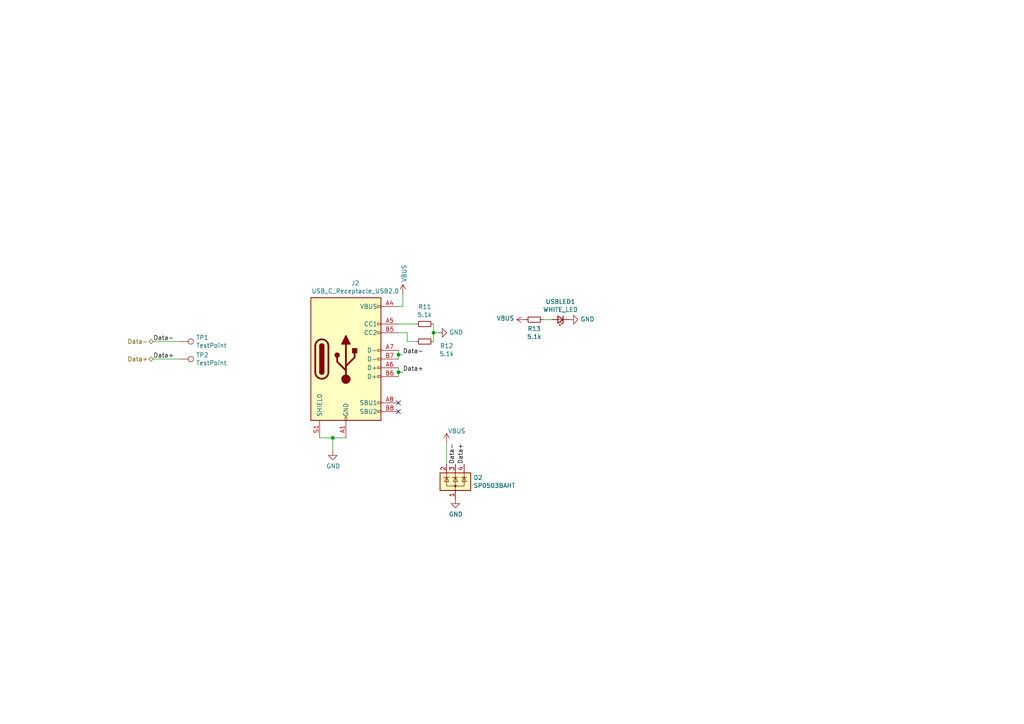
<source format=kicad_sch>
(kicad_sch (version 20231120) (generator "eeschema") (generator_version "8.0")
  (paper "A4")
  (lib_symbols
    (symbol "Connector:TestPoint" (pin_numbers hide) (pin_names (offset 0.762) hide)
      (property "Reference" "TP" (at 0 6.858 0))
      (property "Value" "TestPoint" (at 0 5.08 0))
      (symbol "TestPoint_0_1"
        (circle (center 0 3.302) (radius 0.762))
      )
      (symbol "TestPoint_1_1"
        (pin passive line (at 0 0 90) (length 2.54) (name "1") (number "1"))
      )
    )
    (symbol "Connector:USB_C_Receptacle_USB2.0" (pin_names (offset 1.016))
      (property "Reference" "J" (at -10.16 19.05 0))
      (property "Value" "USB_C_Receptacle_USB2.0" (at 19.05 19.05 0))
      (symbol "USB_C_Receptacle_USB2.0_0_0"
        (rectangle (start -0.254 -17.78) (end 0.254 -16.764))
        (rectangle (start 10.16 -14.986) (end 9.144 -15.494))
        (rectangle (start 10.16 -12.446) (end 9.144 -12.954))
        (rectangle (start 10.16 -4.826) (end 9.144 -5.334))
        (rectangle (start 10.16 -2.286) (end 9.144 -2.794))
        (rectangle (start 10.16 0.254) (end 9.144 -0.254))
        (rectangle (start 10.16 2.794) (end 9.144 2.286))
        (rectangle (start 10.16 7.874) (end 9.144 7.366))
        (rectangle (start 10.16 10.414) (end 9.144 9.906))
        (rectangle (start 10.16 15.494) (end 9.144 14.986))
      )
      (symbol "USB_C_Receptacle_USB2.0_0_1"
        (rectangle (start -10.16 17.78) (end 10.16 -17.78) (stroke (width 0.254)) (fill (type background)))
        (arc (start -8.89 -3.81) (mid -6.985 -5.7067) (end -5.08 -3.81) (stroke (width 0.508)))
        (arc (start -7.62 -3.81) (mid -6.985 -4.4423) (end -6.35 -3.81) (stroke (width 0.254)))
        (arc (start -7.62 -3.81) (mid -6.985 -4.4423) (end -6.35 -3.81) (stroke (width 0.254)) (fill (type outline)))
        (rectangle (start -7.62 -3.81) (end -6.35 3.81) (stroke (width 0.254)) (fill (type outline)))
        (arc (start -6.35 3.81) (mid -6.985 4.4423) (end -7.62 3.81) (stroke (width 0.254)))
        (arc (start -6.35 3.81) (mid -6.985 4.4423) (end -7.62 3.81) (stroke (width 0.254)) (fill (type outline)))
        (arc (start -5.08 3.81) (mid -6.985 5.7067) (end -8.89 3.81) (stroke (width 0.508)))
        (circle (center -2.54 1.143) (radius 0.635) (stroke (width 0.254)) (fill (type outline)))
        (circle (center 0 -5.842) (radius 1.27) (fill (type outline)))
        (polyline (pts (xy -8.89 -3.81) (xy -8.89 3.81)) (stroke (width 0.508)))
        (polyline (pts (xy -5.08 3.81) (xy -5.08 -3.81)) (stroke (width 0.508)))
        (polyline (pts (xy 0 -5.842) (xy 0 4.318)) (stroke (width 0.508)))
        (polyline (pts (xy 0 -3.302) (xy -2.54 -0.762) (xy -2.54 0.508)) (stroke (width 0.508)))
        (polyline (pts (xy 0 -2.032) (xy 2.54 0.508) (xy 2.54 1.778)) (stroke (width 0.508)))
        (polyline (pts (xy -1.27 4.318) (xy 0 6.858) (xy 1.27 4.318) (xy -1.27 4.318)) (stroke (width 0.254)) (fill (type outline)))
        (rectangle (start 1.905 1.778) (end 3.175 3.048) (stroke (width 0.254)) (fill (type outline)))
      )
      (symbol "USB_C_Receptacle_USB2.0_1_1"
        (pin passive line (at 0 -22.86 90) (length 5.08) (name "GND") (number "A1"))
        (pin passive line (at 0 -22.86 90) (length 5.08) hide (name "GND") (number "A12"))
        (pin passive line (at 15.24 15.24 180) (length 5.08) (name "VBUS") (number "A4"))
        (pin bidirectional line (at 15.24 10.16 180) (length 5.08) (name "CC1") (number "A5"))
        (pin bidirectional line (at 15.24 -2.54 180) (length 5.08) (name "D+") (number "A6"))
        (pin bidirectional line (at 15.24 2.54 180) (length 5.08) (name "D-") (number "A7"))
        (pin bidirectional line (at 15.24 -12.7 180) (length 5.08) (name "SBU1") (number "A8"))
        (pin passive line (at 15.24 15.24 180) (length 5.08) hide (name "VBUS") (number "A9"))
        (pin passive line (at 0 -22.86 90) (length 5.08) hide (name "GND") (number "B1"))
        (pin passive line (at 0 -22.86 90) (length 5.08) hide (name "GND") (number "B12"))
        (pin passive line (at 15.24 15.24 180) (length 5.08) hide (name "VBUS") (number "B4"))
        (pin bidirectional line (at 15.24 7.62 180) (length 5.08) (name "CC2") (number "B5"))
        (pin bidirectional line (at 15.24 -5.08 180) (length 5.08) (name "D+") (number "B6"))
        (pin bidirectional line (at 15.24 0 180) (length 5.08) (name "D-") (number "B7"))
        (pin bidirectional line (at 15.24 -15.24 180) (length 5.08) (name "SBU2") (number "B8"))
        (pin passive line (at 15.24 15.24 180) (length 5.08) hide (name "VBUS") (number "B9"))
        (pin passive line (at -7.62 -22.86 90) (length 5.08) (name "SHIELD") (number "S1"))
      )
    )
    (symbol "Device:LED_Small" (pin_numbers hide) (pin_names (offset 0.254) hide)
      (property "Reference" "D" (at -1.27 3.175 0))
      (property "Value" "LED_Small" (at -4.445 -2.54 0))
      (symbol "LED_Small_0_1"
        (polyline (pts (xy -0.762 -1.016) (xy -0.762 1.016)) (stroke (width 0.254)))
        (polyline (pts (xy 1.016 0) (xy -0.762 0)))
        (polyline (pts (xy 0.762 -1.016) (xy -0.762 0) (xy 0.762 1.016) (xy 0.762 -1.016)) (stroke (width 0.254)))
        (polyline (pts (xy 0 0.762) (xy -0.508 1.27) (xy -0.254 1.27) (xy -0.508 1.27) (xy -0.508 1.016)))
        (polyline (pts (xy 0.508 1.27) (xy 0 1.778) (xy 0.254 1.778) (xy 0 1.778) (xy 0 1.524)))
      )
      (symbol "LED_Small_1_1"
        (pin passive line (at -2.54 0 0) (length 1.778) (name "K") (number "1"))
        (pin passive line (at 2.54 0 180) (length 1.778) (name "A") (number "2"))
      )
    )
    (symbol "Device:R_Small" (pin_numbers hide) (pin_names (offset 0.254) hide)
      (property "Reference" "R" (at 0.762 0.508 0))
      (property "Value" "R_Small" (at 0.762 -1.016 0))
      (symbol "R_Small_0_1"
        (rectangle (start -0.762 1.778) (end 0.762 -1.778) (stroke (width 0.2032)))
      )
      (symbol "R_Small_1_1"
        (pin passive line (at 0 2.54 270) (length 0.762) (name "~") (number "1"))
        (pin passive line (at 0 -2.54 90) (length 0.762) (name "~") (number "2"))
      )
    )
    (symbol "Power_Protection:SP0503BAHT" (pin_names hide)
      (property "Reference" "D" (at 5.715 2.54 0))
      (property "Value" "SP0503BAHT" (at 5.715 0.635 0))
      (symbol "SP0503BAHT_0_0"
        (pin passive line (at 0 -5.08 90) (length 2.54) (name "A") (number "1"))
      )
      (symbol "SP0503BAHT_0_1"
        (rectangle (start -4.445 2.54) (end 4.445 -2.54) (stroke (width 0.254)) (fill (type background)))
        (circle (center 0 -1.27) (radius 0.254) (fill (type outline)))
        (polyline (pts (xy -2.54 2.54) (xy -2.54 1.27)))
        (polyline (pts (xy 0 -1.27) (xy 0 -2.54)))
        (polyline (pts (xy 0 -1.27) (xy 0 1.27)))
        (polyline (pts (xy 0 2.54) (xy 0 1.27)))
        (polyline (pts (xy 0.635 1.27) (xy 0.762 1.27)))
        (polyline (pts (xy 2.54 2.54) (xy 2.54 1.27)))
        (polyline (pts (xy 0.635 1.27) (xy -0.762 1.27) (xy -0.762 1.016)))
        (polyline (pts (xy -3.302 1.016) (xy -3.302 1.27) (xy -1.905 1.27) (xy -1.778 1.27)))
        (polyline (pts (xy -2.54 1.27) (xy -2.54 -1.27) (xy 2.54 -1.27) (xy 2.54 1.27)))
        (polyline (pts (xy -2.54 1.27) (xy -1.905 0) (xy -3.175 0) (xy -2.54 1.27)))
        (polyline (pts (xy 0.635 0) (xy -0.635 0) (xy 0 1.27) (xy 0.635 0)))
        (polyline (pts (xy 1.778 1.016) (xy 1.778 1.27) (xy 3.175 1.27) (xy 3.302 1.27)))
        (polyline (pts (xy 2.54 1.27) (xy 1.905 0) (xy 3.175 0) (xy 2.54 1.27)))
      )
      (symbol "SP0503BAHT_1_1"
        (pin passive line (at -2.54 5.08 270) (length 2.54) (name "K") (number "2"))
        (pin passive line (at 0 5.08 270) (length 2.54) (name "K") (number "3"))
        (pin passive line (at 2.54 5.08 270) (length 2.54) (name "K") (number "4"))
      )
    )
    (symbol "power:GND" (power) (pin_names (offset 0))
      (property "Value" "GND" (at 0 -3.81 0))
      (symbol "GND_0_1"
        (polyline (pts (xy 0 0) (xy 0 -1.27) (xy 1.27 -1.27) (xy 0 -2.54) (xy -1.27 -1.27) (xy 0 -1.27)))
      )
      (symbol "GND_1_1"
        (pin power_in line (at 0 0 270) (length 0) hide (name "GND") (number "1"))
      )
    )
    (symbol "power:VBUS" (power) (pin_names (offset 0))
      (property "Value" "VBUS" (at 0 3.81 0))
      (symbol "VBUS_0_1"
        (polyline (pts (xy -0.762 1.27) (xy 0 2.54)))
        (polyline (pts (xy 0 0) (xy 0 2.54)))
        (polyline (pts (xy 0 2.54) (xy 0.762 1.27)))
      )
      (symbol "VBUS_1_1"
        (pin power_in line (at 0 0 90) (length 0) hide (name "VBUS") (number "1"))
      )
    )
  )
  (junction (at 115.57 107.95))
  (junction (at 125.73 96.52))
  (junction (at 96.52 127))
  (junction (at 115.57 102.87))
  (no_connect (at 115.57 119.38))
  (no_connect (at 115.57 116.84))
  (wire (pts (xy 115.57 96.52) (xy 118.11 96.52)))
  (wire (pts (xy 44.45 104.14) (xy 52.07 104.14)))
  (wire (pts (xy 96.52 127) (xy 96.52 130.81)))
  (wire (pts (xy 115.57 107.95) (xy 115.57 109.22)))
  (wire (pts (xy 118.11 96.52) (xy 118.11 99.06)))
  (wire (pts (xy 160.02 92.71) (xy 157.48 92.71)))
  (wire (pts (xy 129.54 128.27) (xy 129.54 134.62)))
  (wire (pts (xy 115.57 102.87) (xy 115.57 101.6)))
  (wire (pts (xy 115.57 102.87) (xy 116.84 102.87)))
  (wire (pts (xy 116.84 85.09) (xy 116.84 88.9)))
  (wire (pts (xy 125.73 93.98) (xy 125.73 96.52)))
  (wire (pts (xy 92.71 127) (xy 96.52 127)))
  (wire (pts (xy 115.57 93.98) (xy 120.65 93.98)))
  (wire (pts (xy 125.73 99.06) (xy 125.73 96.52)))
  (wire (pts (xy 96.52 127) (xy 100.33 127)))
  (wire (pts (xy 125.73 96.52) (xy 127 96.52)))
  (wire (pts (xy 115.57 106.68) (xy 115.57 107.95)))
  (wire (pts (xy 115.57 104.14) (xy 115.57 102.87)))
  (wire (pts (xy 115.57 107.95) (xy 116.84 107.95)))
  (wire (pts (xy 116.84 88.9) (xy 115.57 88.9)))
  (wire (pts (xy 118.11 99.06) (xy 120.65 99.06)))
  (wire (pts (xy 44.45 99.06) (xy 52.07 99.06)))
  (label "Data+" (at 134.62 134.62 90))
  (label "Data+" (at 44.45 104.14 0))
  (label "Data-" (at 44.45 99.06 0))
  (label "Data-" (at 132.08 134.62 90))
  (label "Data-" (at 116.84 102.87 0))
  (label "Data+" (at 116.84 107.95 0))
  (hierarchical_label "Data-" (shape bidirectional) (at 44.45 99.06 180))
  (hierarchical_label "Data+" (shape bidirectional) (at 44.45 104.14 180))
  (symbol (lib_id "power:GND") (at 127 96.52 90) (unit 1)
    (property "Reference" "#PWR031" (effects (hide yes)))
    (property "Value" "GND" (at 130.2512 96.393 90) (effects (justify right)))
  )
  (symbol (lib_id "Device:R_Small") (at 123.19 99.06 270) (unit 1)
    (property "Reference" "R12" (at 129.54 100.33 90))
    (property "Value" "5.1k" (at 129.54 102.6414 90))
    (property "Footprint" "Resistor_SMD:R_0402_1005Metric" (effects (hide yes)))
  )
  (symbol (lib_id "Device:R_Small") (at 123.19 93.98 90) (unit 1)
    (property "Reference" "R11" (at 123.19 89.0016 90))
    (property "Value" "5.1k" (at 123.19 91.313 90))
    (property "Footprint" "Resistor_SMD:R_0402_1005Metric" (effects (hide yes)))
  )
  (symbol (lib_id "power:GND") (at 96.52 130.81 0) (unit 1)
    (property "Reference" "#PWR029" (effects (hide yes)))
    (property "Value" "GND" (at 96.647 135.2042 0))
  )
  (symbol (lib_id "Connector:USB_C_Receptacle_USB2.0") (at 100.33 104.14 0) (unit 1)
    (property "Reference" "J2" (at 103.0478 82.1182 0))
    (property "Value" "USB_C_Receptacle_USB2.0" (at 103.0478 84.4296 0))
    (property "Footprint" "Connector_USB:USB_C_Receptacle_Palconn_UTC16-G" (effects (hide yes)))
    (property "Datasheet" "https://www.usb.org/sites/default/files/documents/usb_type-c.zip" (effects (hide yes)))
  )
  (symbol (lib_id "power:GND") (at 132.08 144.78 0) (unit 1)
    (property "Reference" "#PWR032" (effects (hide yes)))
    (property "Value" "GND" (at 132.207 149.1742 0))
  )
  (symbol (lib_id "Power_Protection:SP0503BAHT") (at 132.08 139.7 0) (unit 1)
    (property "Reference" "D2" (at 137.287 138.5316 0) (effects (justify left)))
    (property "Value" "SP0503BAHT" (at 137.287 140.843 0) (effects (justify left)))
    (property "Footprint" "Package_TO_SOT_SMD:SOT-143" (effects (hide yes)))
    (property "Datasheet" "http://www.littelfuse.com/~/media/files/littelfuse/technical%20resources/documents/data%20sheets/sp05xxba.pdf" (effects (hide yes)))
  )
  (symbol (lib_id "power:VBUS") (at 116.84 85.09 0) (unit 1)
    (property "Reference" "#PWR030" (effects (hide yes)))
    (property "Value" "VBUS" (at 117.221 81.8388 90) (effects (justify left)))
  )
  (symbol (lib_id "Connector:TestPoint") (at 52.07 99.06 270) (unit 1)
    (property "Reference" "TP1" (at 56.8452 97.8916 90) (effects (justify left)))
    (property "Value" "TestPoint" (at 56.8452 100.203 90) (effects (justify left)))
    (property "Footprint" "TestPoint:TestPoint_Pad_D1.0mm" (effects (hide yes)))
  )
  (symbol (lib_id "Connector:TestPoint") (at 52.07 104.14 270) (unit 1)
    (property "Reference" "TP2" (at 56.8452 102.9716 90) (effects (justify left)))
    (property "Value" "TestPoint" (at 56.8452 105.283 90) (effects (justify left)))
    (property "Footprint" "TestPoint:TestPoint_Pad_D1.0mm" (effects (hide yes)))
  )
  (symbol (lib_id "Device:LED_Small") (at 162.56 92.71 180) (unit 1)
    (property "Reference" "USBLED1" (at 162.56 87.503 0))
    (property "Value" "WHITE_LED" (at 162.56 89.8144 0))
    (property "Footprint" "Resistor_SMD:R_0402_1005Metric" (effects (hide yes)))
  )
  (symbol (lib_id "Device:R_Small") (at 154.94 92.71 90) (unit 1)
    (property "Reference" "R13" (at 154.94 95.3516 90))
    (property "Value" "5.1k" (at 154.94 97.663 90))
    (property "Footprint" "Resistor_SMD:R_0402_1005Metric" (effects (hide yes)))
  )
  (symbol (lib_id "power:GND") (at 165.1 92.71 90) (unit 1)
    (property "Reference" "#PWR034" (effects (hide yes)))
    (property "Value" "GND" (at 168.3512 92.583 90) (effects (justify right)))
  )
  (symbol (lib_id "power:VBUS") (at 152.4 92.71 90) (unit 1)
    (property "Reference" "#PWR033" (effects (hide yes)))
    (property "Value" "VBUS" (at 149.1488 92.329 90) (effects (justify left)))
  )
  (symbol (lib_id "power:VBUS") (at 129.54 128.27 0) (unit 1)
    (property "Reference" "#PWR09" (effects (hide yes)))
    (property "Value" "VBUS" (at 129.921 125.0188 0) (effects (justify left)))
  )
)
</source>
